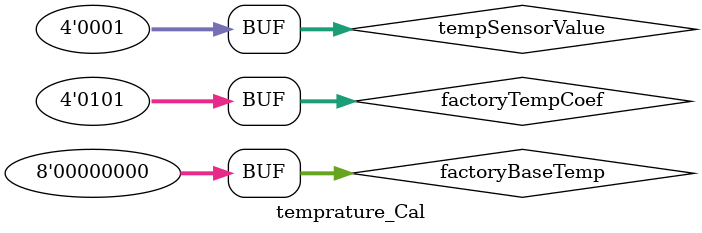
<source format=v>
`timescale 1ns / 1ps


module temprature_Cal;

	// Inputs
	reg [7:0] factoryBaseTemp;
	reg [3:0] factoryTempCoef;
	reg [3:0] tempSensorValue;

	// Outputs
	wire [7:0] temperature;

	// Instantiate the Unit Under Test (UUT)
	temperatureCalculator uut (
		.factoryBaseTemp(factoryBaseTemp), 
		.factoryTempCoef(factoryTempCoef), 
		.tempSensorValue(tempSensorValue), 
		.temperature(temperature)
	);

	initial begin
		// Initialize Inputs
		factoryBaseTemp = 0;
		factoryTempCoef = 0;
		tempSensorValue = 0;

		// Wait 100 ns for global reset to finish
		#100;
        factoryBaseTemp = 0;
		factoryTempCoef = 5;
		tempSensorValue = 1;
		// Add stimulus here

	end
      
endmodule


</source>
